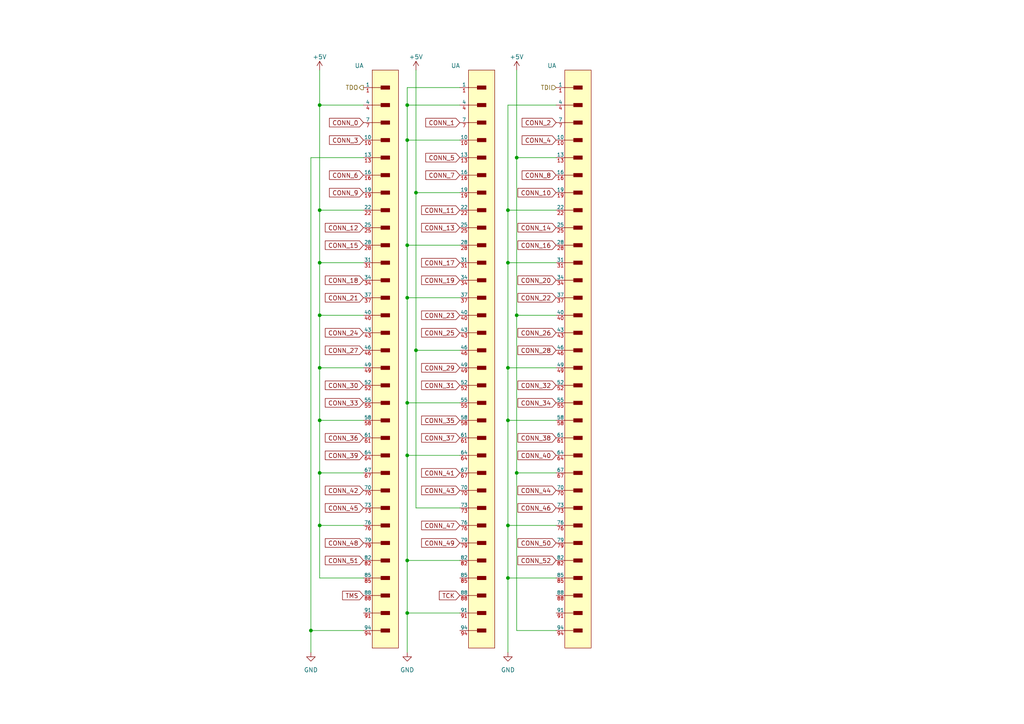
<source format=kicad_sch>
(kicad_sch (version 20220404) (generator eeschema)
  (paper "A4")
  (lib_symbols
    (symbol "09032967825:09032967825" (pin_names (offset 0))
      (property "Reference" "J" (at 0 7.62 0))
      (property "Value" "09032967825" (at 0 10.16 0))
      (symbol "09032967825_1_1"
        (rectangle (start -12.7 5.08) (end -5.08 -162.56) (fill (type background)))
        (rectangle (start -10.16 -156.972) (end -7.62 -157.988) (fill (type outline)))
        (rectangle (start -10.16 -151.892) (end -7.62 -152.908) (fill (type outline)))
        (rectangle (start -10.16 -146.812) (end -7.62 -147.828) (fill (type outline)))
        (rectangle (start -10.16 -141.732) (end -7.62 -142.748) (fill (type outline)))
        (rectangle (start -10.16 -136.652) (end -7.62 -137.668) (fill (type outline)))
        (rectangle (start -10.16 -131.572) (end -7.62 -132.588) (fill (type outline)))
        (rectangle (start -10.16 -126.492) (end -7.62 -127.508) (fill (type outline)))
        (rectangle (start -10.16 -121.412) (end -7.62 -122.428) (fill (type outline)))
        (rectangle (start -10.16 -116.332) (end -7.62 -117.348) (fill (type outline)))
        (rectangle (start -10.16 -111.252) (end -7.62 -112.268) (fill (type outline)))
        (rectangle (start -10.16 -106.172) (end -7.62 -107.188) (fill (type outline)))
        (rectangle (start -10.16 -101.092) (end -7.62 -102.108) (fill (type outline)))
        (rectangle (start -10.16 -96.012) (end -7.62 -97.028) (fill (type outline)))
        (rectangle (start -10.16 -90.932) (end -7.62 -91.948) (fill (type outline)))
        (rectangle (start -10.16 -85.852) (end -7.62 -86.868) (fill (type outline)))
        (rectangle (start -10.16 -80.772) (end -7.62 -81.788) (fill (type outline)))
        (rectangle (start -10.16 -75.692) (end -7.62 -76.708) (fill (type outline)))
        (rectangle (start -10.16 -70.612) (end -7.62 -71.628) (fill (type outline)))
        (rectangle (start -10.16 -65.532) (end -7.62 -66.548) (fill (type outline)))
        (rectangle (start -10.16 -60.452) (end -7.62 -61.468) (fill (type outline)))
        (rectangle (start -10.16 -55.372) (end -7.62 -56.388) (fill (type outline)))
        (rectangle (start -10.16 -50.292) (end -7.62 -51.308) (fill (type outline)))
        (rectangle (start -10.16 -45.212) (end -7.62 -46.228) (fill (type outline)))
        (rectangle (start -10.16 -40.132) (end -7.62 -41.148) (fill (type outline)))
        (rectangle (start -10.16 -35.052) (end -7.62 -36.068) (fill (type outline)))
        (rectangle (start -10.16 -29.972) (end -7.62 -30.988) (fill (type outline)))
        (rectangle (start -10.16 -24.892) (end -7.62 -25.908) (fill (type outline)))
        (rectangle (start -10.16 -19.812) (end -7.62 -20.828) (fill (type outline)))
        (rectangle (start -10.16 -14.732) (end -7.62 -15.748) (fill (type outline)))
        (rectangle (start -10.16 -9.652) (end -7.62 -10.668) (fill (type outline)))
        (rectangle (start -10.16 -4.572) (end -7.62 -5.588) (fill (type outline)))
        (rectangle (start -10.16 0.508) (end -7.62 -0.508) (fill (type outline)))
        (polyline (pts (xy -8.128 -157.48) (xy -5.08 -157.48)))
        (polyline (pts (xy -8.128 -152.4) (xy -5.08 -152.4)))
        (polyline (pts (xy -8.128 -147.32) (xy -5.08 -147.32)))
        (polyline (pts (xy -8.128 -142.24) (xy -5.08 -142.24)))
        (polyline (pts (xy -8.128 -137.16) (xy -5.08 -137.16)))
        (polyline (pts (xy -8.128 -132.08) (xy -5.08 -132.08)))
        (polyline (pts (xy -8.128 -127) (xy -5.08 -127)))
        (polyline (pts (xy -8.128 -121.92) (xy -5.08 -121.92)))
        (polyline (pts (xy -8.128 -116.84) (xy -5.08 -116.84)))
        (polyline (pts (xy -8.128 -111.76) (xy -5.08 -111.76)))
        (polyline (pts (xy -8.128 -106.68) (xy -5.08 -106.68)))
        (polyline (pts (xy -8.128 -101.6) (xy -5.08 -101.6)))
        (polyline (pts (xy -8.128 -96.52) (xy -5.08 -96.52)))
        (polyline (pts (xy -8.128 -91.44) (xy -5.08 -91.44)))
        (polyline (pts (xy -8.128 -86.36) (xy -5.08 -86.36)))
        (polyline (pts (xy -8.128 -81.28) (xy -5.08 -81.28)))
        (polyline (pts (xy -8.128 -76.2) (xy -5.08 -76.2)))
        (polyline (pts (xy -8.128 -71.12) (xy -5.08 -71.12)))
        (polyline (pts (xy -8.128 -66.04) (xy -5.08 -66.04)))
        (polyline (pts (xy -8.128 -60.96) (xy -5.08 -60.96)))
        (polyline (pts (xy -8.128 -55.88) (xy -5.08 -55.88)))
        (polyline (pts (xy -8.128 -50.8) (xy -5.08 -50.8)))
        (polyline (pts (xy -8.128 -45.72) (xy -5.08 -45.72)))
        (polyline (pts (xy -8.128 -40.64) (xy -5.08 -40.64)))
        (polyline (pts (xy -8.128 -35.56) (xy -5.08 -35.56)))
        (polyline (pts (xy -8.128 -30.48) (xy -5.08 -30.48)))
        (polyline (pts (xy -8.128 -25.4) (xy -5.08 -25.4)))
        (polyline (pts (xy -8.128 -20.32) (xy -5.08 -20.32)))
        (polyline (pts (xy -8.128 -15.24) (xy -5.08 -15.24)))
        (polyline (pts (xy -8.128 -10.16) (xy -5.08 -10.16)))
        (polyline (pts (xy -8.128 -5.08) (xy -5.08 -5.08)))
        (polyline (pts (xy -8.128 0) (xy -5.08 0)))
        (pin passive line (at -2.54 0 180) (length 2.54) (name "1") (number "1"))
        (pin passive line (at -2.54 -15.24 180) (length 2.54) (name "10") (number "10"))
        (pin passive line (at -2.54 -20.32 180) (length 2.54) (name "13") (number "13"))
        (pin passive line (at -2.54 -25.4 180) (length 2.54) (name "16") (number "16"))
        (pin passive line (at -2.54 -30.48 180) (length 2.54) (name "19") (number "19"))
        (pin passive line (at -2.54 -35.56 180) (length 2.54) (name "22") (number "22"))
        (pin passive line (at -2.54 -40.64 180) (length 2.54) (name "25") (number "25"))
        (pin passive line (at -2.54 -45.72 180) (length 2.54) (name "28") (number "28"))
        (pin passive line (at -2.54 -50.8 180) (length 2.54) (name "31") (number "31"))
        (pin passive line (at -2.54 -55.88 180) (length 2.54) (name "34") (number "34"))
        (pin passive line (at -2.54 -60.96 180) (length 2.54) (name "37") (number "37"))
        (pin passive line (at -2.54 -5.08 180) (length 2.54) (name "4") (number "4"))
        (pin passive line (at -2.54 -66.04 180) (length 2.54) (name "40") (number "40"))
        (pin passive line (at -2.54 -71.12 180) (length 2.54) (name "43") (number "43"))
        (pin passive line (at -2.54 -76.2 180) (length 2.54) (name "46") (number "46"))
        (pin passive line (at -2.54 -81.28 180) (length 2.54) (name "49") (number "49"))
        (pin passive line (at -2.54 -86.36 180) (length 2.54) (name "52") (number "52"))
        (pin passive line (at -2.54 -91.44 180) (length 2.54) (name "55") (number "55"))
        (pin passive line (at -2.54 -96.52 180) (length 2.54) (name "58") (number "58"))
        (pin passive line (at -2.54 -101.6 180) (length 2.54) (name "61") (number "61"))
        (pin passive line (at -2.54 -106.68 180) (length 2.54) (name "64") (number "64"))
        (pin passive line (at -2.54 -111.76 180) (length 2.54) (name "67") (number "67"))
        (pin passive line (at -2.54 -10.16 180) (length 2.54) (name "7") (number "7"))
        (pin passive line (at -2.54 -116.84 180) (length 2.54) (name "70") (number "70"))
        (pin passive line (at -2.54 -121.92 180) (length 2.54) (name "73") (number "73"))
        (pin passive line (at -2.54 -127 180) (length 2.54) (name "76") (number "76"))
        (pin passive line (at -2.54 -132.08 180) (length 2.54) (name "79") (number "79"))
        (pin passive line (at -2.54 -137.16 180) (length 2.54) (name "82") (number "82"))
        (pin passive line (at -2.54 -142.24 180) (length 2.54) (name "85") (number "85"))
        (pin passive line (at -2.54 -147.32 180) (length 2.54) (name "88") (number "88"))
        (pin passive line (at -2.54 -152.4 180) (length 2.54) (name "91") (number "91"))
        (pin passive line (at -2.54 -157.48 180) (length 2.54) (name "94") (number "94"))
      )
      (symbol "09032967825_2_1"
        (rectangle (start -12.7 5.08) (end -5.08 -162.56) (fill (type background)))
        (rectangle (start -10.16 -156.972) (end -7.62 -157.988) (fill (type outline)))
        (rectangle (start -10.16 -151.892) (end -7.62 -152.908) (fill (type outline)))
        (rectangle (start -10.16 -146.812) (end -7.62 -147.828) (fill (type outline)))
        (rectangle (start -10.16 -141.732) (end -7.62 -142.748) (fill (type outline)))
        (rectangle (start -10.16 -136.652) (end -7.62 -137.668) (fill (type outline)))
        (rectangle (start -10.16 -131.572) (end -7.62 -132.588) (fill (type outline)))
        (rectangle (start -10.16 -126.492) (end -7.62 -127.508) (fill (type outline)))
        (rectangle (start -10.16 -121.412) (end -7.62 -122.428) (fill (type outline)))
        (rectangle (start -10.16 -116.332) (end -7.62 -117.348) (fill (type outline)))
        (rectangle (start -10.16 -111.252) (end -7.62 -112.268) (fill (type outline)))
        (rectangle (start -10.16 -106.172) (end -7.62 -107.188) (fill (type outline)))
        (rectangle (start -10.16 -101.092) (end -7.62 -102.108) (fill (type outline)))
        (rectangle (start -10.16 -96.012) (end -7.62 -97.028) (fill (type outline)))
        (rectangle (start -10.16 -90.932) (end -7.62 -91.948) (fill (type outline)))
        (rectangle (start -10.16 -85.852) (end -7.62 -86.868) (fill (type outline)))
        (rectangle (start -10.16 -80.772) (end -7.62 -81.788) (fill (type outline)))
        (rectangle (start -10.16 -75.692) (end -7.62 -76.708) (fill (type outline)))
        (rectangle (start -10.16 -70.612) (end -7.62 -71.628) (fill (type outline)))
        (rectangle (start -10.16 -65.532) (end -7.62 -66.548) (fill (type outline)))
        (rectangle (start -10.16 -60.452) (end -7.62 -61.468) (fill (type outline)))
        (rectangle (start -10.16 -55.372) (end -7.62 -56.388) (fill (type outline)))
        (rectangle (start -10.16 -50.292) (end -7.62 -51.308) (fill (type outline)))
        (rectangle (start -10.16 -45.212) (end -7.62 -46.228) (fill (type outline)))
        (rectangle (start -10.16 -40.132) (end -7.62 -41.148) (fill (type outline)))
        (rectangle (start -10.16 -35.052) (end -7.62 -36.068) (fill (type outline)))
        (rectangle (start -10.16 -29.972) (end -7.62 -30.988) (fill (type outline)))
        (rectangle (start -10.16 -24.892) (end -7.62 -25.908) (fill (type outline)))
        (rectangle (start -10.16 -19.812) (end -7.62 -20.828) (fill (type outline)))
        (rectangle (start -10.16 -14.732) (end -7.62 -15.748) (fill (type outline)))
        (rectangle (start -10.16 -9.652) (end -7.62 -10.668) (fill (type outline)))
        (rectangle (start -10.16 -4.572) (end -7.62 -5.588) (fill (type outline)))
        (rectangle (start -10.16 0.508) (end -7.62 -0.508) (fill (type outline)))
        (polyline (pts (xy -8.128 -157.48) (xy -5.08 -157.48)))
        (polyline (pts (xy -8.128 -152.4) (xy -5.08 -152.4)))
        (polyline (pts (xy -8.128 -147.32) (xy -5.08 -147.32)))
        (polyline (pts (xy -8.128 -142.24) (xy -5.08 -142.24)))
        (polyline (pts (xy -8.128 -137.16) (xy -5.08 -137.16)))
        (polyline (pts (xy -8.128 -132.08) (xy -5.08 -132.08)))
        (polyline (pts (xy -8.128 -127) (xy -5.08 -127)))
        (polyline (pts (xy -8.128 -121.92) (xy -5.08 -121.92)))
        (polyline (pts (xy -8.128 -116.84) (xy -5.08 -116.84)))
        (polyline (pts (xy -8.128 -111.76) (xy -5.08 -111.76)))
        (polyline (pts (xy -8.128 -106.68) (xy -5.08 -106.68)))
        (polyline (pts (xy -8.128 -101.6) (xy -5.08 -101.6)))
        (polyline (pts (xy -8.128 -96.52) (xy -5.08 -96.52)))
        (polyline (pts (xy -8.128 -91.44) (xy -5.08 -91.44)))
        (polyline (pts (xy -8.128 -86.36) (xy -5.08 -86.36)))
        (polyline (pts (xy -8.128 -81.28) (xy -5.08 -81.28)))
        (polyline (pts (xy -8.128 -76.2) (xy -5.08 -76.2)))
        (polyline (pts (xy -8.128 -71.12) (xy -5.08 -71.12)))
        (polyline (pts (xy -8.128 -66.04) (xy -5.08 -66.04)))
        (polyline (pts (xy -8.128 -60.96) (xy -5.08 -60.96)))
        (polyline (pts (xy -8.128 -55.88) (xy -5.08 -55.88)))
        (polyline (pts (xy -8.128 -50.8) (xy -5.08 -50.8)))
        (polyline (pts (xy -8.128 -45.72) (xy -5.08 -45.72)))
        (polyline (pts (xy -8.128 -40.64) (xy -5.08 -40.64)))
        (polyline (pts (xy -8.128 -35.56) (xy -5.08 -35.56)))
        (polyline (pts (xy -8.128 -30.48) (xy -5.08 -30.48)))
        (polyline (pts (xy -8.128 -25.4) (xy -5.08 -25.4)))
        (polyline (pts (xy -8.128 -20.32) (xy -5.08 -20.32)))
        (polyline (pts (xy -8.128 -15.24) (xy -5.08 -15.24)))
        (polyline (pts (xy -8.128 -10.16) (xy -5.08 -10.16)))
        (polyline (pts (xy -8.128 -5.08) (xy -5.08 -5.08)))
        (polyline (pts (xy -8.128 0) (xy -5.08 0)))
        (pin passive line (at -2.54 -15.24 180) (length 2.54) (name "11") (number "11"))
        (pin passive line (at -2.54 -20.32 180) (length 2.54) (name "14") (number "14"))
        (pin passive line (at -2.54 -25.4 180) (length 2.54) (name "17") (number "17"))
        (pin passive line (at -2.54 0 180) (length 2.54) (name "2") (number "2"))
        (pin passive line (at -2.54 -30.48 180) (length 2.54) (name "20") (number "20"))
        (pin passive line (at -2.54 -35.56 180) (length 2.54) (name "23") (number "23"))
        (pin passive line (at -2.54 -40.64 180) (length 2.54) (name "26") (number "26"))
        (pin passive line (at -2.54 -45.72 180) (length 2.54) (name "29") (number "29"))
        (pin passive line (at -2.54 -50.8 180) (length 2.54) (name "32") (number "32"))
        (pin passive line (at -2.54 -55.88 180) (length 2.54) (name "35") (number "35"))
        (pin passive line (at -2.54 -60.96 180) (length 2.54) (name "38") (number "38"))
        (pin passive line (at -2.54 -66.04 180) (length 2.54) (name "41") (number "41"))
        (pin passive line (at -2.54 -71.12 180) (length 2.54) (name "44") (number "44"))
        (pin passive line (at -2.54 -76.2 180) (length 2.54) (name "47") (number "47"))
        (pin passive line (at -2.54 -5.08 180) (length 2.54) (name "5") (number "5"))
        (pin passive line (at -2.54 -81.28 180) (length 2.54) (name "50") (number "50"))
        (pin passive line (at -2.54 -86.36 180) (length 2.54) (name "53") (number "53"))
        (pin passive line (at -2.54 -91.44 180) (length 2.54) (name "56") (number "56"))
        (pin passive line (at -2.54 -96.52 180) (length 2.54) (name "59") (number "59"))
        (pin passive line (at -2.54 -101.6 180) (length 2.54) (name "62") (number "62"))
        (pin passive line (at -2.54 -106.68 180) (length 2.54) (name "65") (number "65"))
        (pin passive line (at -2.54 -111.76 180) (length 2.54) (name "68") (number "68"))
        (pin passive line (at -2.54 -116.84 180) (length 2.54) (name "71") (number "71"))
        (pin passive line (at -2.54 -121.92 180) (length 2.54) (name "74") (number "74"))
        (pin passive line (at -2.54 -127 180) (length 2.54) (name "77") (number "77"))
        (pin passive line (at -2.54 -10.16 180) (length 2.54) (name "8") (number "8"))
        (pin passive line (at -2.54 -132.08 180) (length 2.54) (name "80") (number "80"))
        (pin passive line (at -2.54 -137.16 180) (length 2.54) (name "83") (number "83"))
        (pin passive line (at -2.54 -142.24 180) (length 2.54) (name "86") (number "86"))
        (pin passive line (at -2.54 -147.32 180) (length 2.54) (name "89") (number "89"))
        (pin passive line (at -2.54 -152.4 180) (length 2.54) (name "92") (number "92"))
        (pin passive line (at -2.54 -157.48 180) (length 2.54) (name "95") (number "95"))
      )
      (symbol "09032967825_3_1"
        (rectangle (start -12.7 5.08) (end -5.08 -162.56) (fill (type background)))
        (rectangle (start -10.16 -156.972) (end -7.62 -157.988) (fill (type outline)))
        (rectangle (start -10.16 -151.892) (end -7.62 -152.908) (fill (type outline)))
        (rectangle (start -10.16 -146.812) (end -7.62 -147.828) (fill (type outline)))
        (rectangle (start -10.16 -141.732) (end -7.62 -142.748) (fill (type outline)))
        (rectangle (start -10.16 -136.652) (end -7.62 -137.668) (fill (type outline)))
        (rectangle (start -10.16 -131.572) (end -7.62 -132.588) (fill (type outline)))
        (rectangle (start -10.16 -126.492) (end -7.62 -127.508) (fill (type outline)))
        (rectangle (start -10.16 -121.412) (end -7.62 -122.428) (fill (type outline)))
        (rectangle (start -10.16 -116.332) (end -7.62 -117.348) (fill (type outline)))
        (rectangle (start -10.16 -111.252) (end -7.62 -112.268) (fill (type outline)))
        (rectangle (start -10.16 -106.172) (end -7.62 -107.188) (fill (type outline)))
        (rectangle (start -10.16 -101.092) (end -7.62 -102.108) (fill (type outline)))
        (rectangle (start -10.16 -96.012) (end -7.62 -97.028) (fill (type outline)))
        (rectangle (start -10.16 -90.932) (end -7.62 -91.948) (fill (type outline)))
        (rectangle (start -10.16 -85.852) (end -7.62 -86.868) (fill (type outline)))
        (rectangle (start -10.16 -80.772) (end -7.62 -81.788) (fill (type outline)))
        (rectangle (start -10.16 -75.692) (end -7.62 -76.708) (fill (type outline)))
        (rectangle (start -10.16 -70.612) (end -7.62 -71.628) (fill (type outline)))
        (rectangle (start -10.16 -65.532) (end -7.62 -66.548) (fill (type outline)))
        (rectangle (start -10.16 -60.452) (end -7.62 -61.468) (fill (type outline)))
        (rectangle (start -10.16 -55.372) (end -7.62 -56.388) (fill (type outline)))
        (rectangle (start -10.16 -50.292) (end -7.62 -51.308) (fill (type outline)))
        (rectangle (start -10.16 -45.212) (end -7.62 -46.228) (fill (type outline)))
        (rectangle (start -10.16 -40.132) (end -7.62 -41.148) (fill (type outline)))
        (rectangle (start -10.16 -35.052) (end -7.62 -36.068) (fill (type outline)))
        (rectangle (start -10.16 -29.972) (end -7.62 -30.988) (fill (type outline)))
        (rectangle (start -10.16 -24.892) (end -7.62 -25.908) (fill (type outline)))
        (rectangle (start -10.16 -19.812) (end -7.62 -20.828) (fill (type outline)))
        (rectangle (start -10.16 -14.732) (end -7.62 -15.748) (fill (type outline)))
        (rectangle (start -10.16 -9.652) (end -7.62 -10.668) (fill (type outline)))
        (rectangle (start -10.16 -4.572) (end -7.62 -5.588) (fill (type outline)))
        (rectangle (start -10.16 0.508) (end -7.62 -0.508) (fill (type outline)))
        (polyline (pts (xy -8.128 -157.48) (xy -5.08 -157.48)))
        (polyline (pts (xy -8.128 -152.4) (xy -5.08 -152.4)))
        (polyline (pts (xy -8.128 -147.32) (xy -5.08 -147.32)))
        (polyline (pts (xy -8.128 -142.24) (xy -5.08 -142.24)))
        (polyline (pts (xy -8.128 -137.16) (xy -5.08 -137.16)))
        (polyline (pts (xy -8.128 -132.08) (xy -5.08 -132.08)))
        (polyline (pts (xy -8.128 -127) (xy -5.08 -127)))
        (polyline (pts (xy -8.128 -121.92) (xy -5.08 -121.92)))
        (polyline (pts (xy -8.128 -116.84) (xy -5.08 -116.84)))
        (polyline (pts (xy -8.128 -111.76) (xy -5.08 -111.76)))
        (polyline (pts (xy -8.128 -106.68) (xy -5.08 -106.68)))
        (polyline (pts (xy -8.128 -101.6) (xy -5.08 -101.6)))
        (polyline (pts (xy -8.128 -96.52) (xy -5.08 -96.52)))
        (polyline (pts (xy -8.128 -91.44) (xy -5.08 -91.44)))
        (polyline (pts (xy -8.128 -86.36) (xy -5.08 -86.36)))
        (polyline (pts (xy -8.128 -81.28) (xy -5.08 -81.28)))
        (polyline (pts (xy -8.128 -76.2) (xy -5.08 -76.2)))
        (polyline (pts (xy -8.128 -71.12) (xy -5.08 -71.12)))
        (polyline (pts (xy -8.128 -66.04) (xy -5.08 -66.04)))
        (polyline (pts (xy -8.128 -60.96) (xy -5.08 -60.96)))
        (polyline (pts (xy -8.128 -55.88) (xy -5.08 -55.88)))
        (polyline (pts (xy -8.128 -50.8) (xy -5.08 -50.8)))
        (polyline (pts (xy -8.128 -45.72) (xy -5.08 -45.72)))
        (polyline (pts (xy -8.128 -40.64) (xy -5.08 -40.64)))
        (polyline (pts (xy -8.128 -35.56) (xy -5.08 -35.56)))
        (polyline (pts (xy -8.128 -30.48) (xy -5.08 -30.48)))
        (polyline (pts (xy -8.128 -25.4) (xy -5.08 -25.4)))
        (polyline (pts (xy -8.128 -20.32) (xy -5.08 -20.32)))
        (polyline (pts (xy -8.128 -15.24) (xy -5.08 -15.24)))
        (polyline (pts (xy -8.128 -10.16) (xy -5.08 -10.16)))
        (polyline (pts (xy -8.128 -5.08) (xy -5.08 -5.08)))
        (polyline (pts (xy -8.128 0) (xy -5.08 0)))
        (pin passive line (at -2.54 -15.24 180) (length 2.54) (name "12") (number "12"))
        (pin passive line (at -2.54 -20.32 180) (length 2.54) (name "15") (number "15"))
        (pin passive line (at -2.54 -25.4 180) (length 2.54) (name "18") (number "18"))
        (pin passive line (at -2.54 -30.48 180) (length 2.54) (name "21") (number "21"))
        (pin passive line (at -2.54 -35.56 180) (length 2.54) (name "24") (number "24"))
        (pin passive line (at -2.54 -40.64 180) (length 2.54) (name "27") (number "27"))
        (pin passive line (at -2.54 0 180) (length 2.54) (name "3") (number "3"))
        (pin passive line (at -2.54 -45.72 180) (length 2.54) (name "30") (number "30"))
        (pin passive line (at -2.54 -50.8 180) (length 2.54) (name "33") (number "33"))
        (pin passive line (at -2.54 -55.88 180) (length 2.54) (name "36") (number "36"))
        (pin passive line (at -2.54 -60.96 180) (length 2.54) (name "39") (number "39"))
        (pin passive line (at -2.54 -66.04 180) (length 2.54) (name "42") (number "42"))
        (pin passive line (at -2.54 -71.12 180) (length 2.54) (name "45") (number "45"))
        (pin passive line (at -2.54 -76.2 180) (length 2.54) (name "48") (number "48"))
        (pin passive line (at -2.54 -81.28 180) (length 2.54) (name "51") (number "51"))
        (pin passive line (at -2.54 -86.36 180) (length 2.54) (name "54") (number "54"))
        (pin passive line (at -2.54 -91.44 180) (length 2.54) (name "57") (number "57"))
        (pin passive line (at -2.54 -5.08 180) (length 2.54) (name "6") (number "6"))
        (pin passive line (at -2.54 -96.52 180) (length 2.54) (name "60") (number "60"))
        (pin passive line (at -2.54 -101.6 180) (length 2.54) (name "63") (number "63"))
        (pin passive line (at -2.54 -106.68 180) (length 2.54) (name "66") (number "66"))
        (pin passive line (at -2.54 -111.76 180) (length 2.54) (name "69") (number "69"))
        (pin passive line (at -2.54 -116.84 180) (length 2.54) (name "72") (number "72"))
        (pin passive line (at -2.54 -121.92 180) (length 2.54) (name "75") (number "75"))
        (pin passive line (at -2.54 -127 180) (length 2.54) (name "78") (number "78"))
        (pin passive line (at -2.54 -132.08 180) (length 2.54) (name "81") (number "81"))
        (pin passive line (at -2.54 -137.16 180) (length 2.54) (name "84") (number "84"))
        (pin passive line (at -2.54 -142.24 180) (length 2.54) (name "87") (number "87"))
        (pin passive line (at -2.54 -10.16 180) (length 2.54) (name "9") (number "9"))
        (pin passive line (at -2.54 -147.32 180) (length 2.54) (name "90") (number "90"))
        (pin passive line (at -2.54 -152.4 180) (length 2.54) (name "93") (number "93"))
        (pin passive line (at -2.54 -157.48 180) (length 2.54) (name "96") (number "96"))
      )
    )
    (symbol "power:+5V" (power) (pin_names (offset 0))
      (property "Value" "+5V" (at 0 3.556 0))
      (symbol "+5V_0_1"
        (polyline (pts (xy -0.762 1.27) (xy 0 2.54)))
        (polyline (pts (xy 0 0) (xy 0 2.54)))
        (polyline (pts (xy 0 2.54) (xy 0.762 1.27)))
      )
      (symbol "+5V_1_1"
        (pin power_in line (at 0 0 90) (length 0) hide (name "+5V") (number "1"))
      )
    )
    (symbol "power:GND" (power) (pin_names (offset 0))
      (property "Value" "GND" (at 0 -3.81 0))
      (symbol "GND_0_1"
        (polyline (pts (xy 0 0) (xy 0 -1.27) (xy 1.27 -1.27) (xy 0 -2.54) (xy -1.27 -1.27) (xy 0 -1.27)))
      )
      (symbol "GND_1_1"
        (pin power_in line (at 0 0 270) (length 0) hide (name "GND") (number "1"))
      )
    )
  )
  (junction (at 118.11 177.8))
  (junction (at 147.32 60.96))
  (junction (at 92.71 60.96))
  (junction (at 147.32 121.92))
  (junction (at 90.17 182.88))
  (junction (at 92.71 121.92))
  (junction (at 118.11 116.84))
  (junction (at 147.32 167.64))
  (junction (at 92.71 91.44))
  (junction (at 118.11 132.08))
  (junction (at 118.11 86.36))
  (junction (at 120.65 101.6))
  (junction (at 118.11 162.56))
  (junction (at 92.71 106.68))
  (junction (at 147.32 152.4))
  (junction (at 118.11 40.64))
  (junction (at 92.71 137.16))
  (junction (at 149.86 45.72))
  (junction (at 92.71 30.48))
  (junction (at 149.86 137.16))
  (junction (at 149.86 91.44))
  (junction (at 147.32 106.68))
  (junction (at 118.11 30.48))
  (junction (at 92.71 76.2))
  (junction (at 118.11 71.12))
  (junction (at 147.32 76.2))
  (junction (at 120.65 55.88))
  (junction (at 92.71 152.4))
  (wire (pts (xy 147.32 30.48) (xy 161.29 30.48)))
  (wire (pts (xy 92.71 20.32) (xy 92.71 30.48)))
  (wire (pts (xy 147.32 167.64) (xy 161.29 167.64)))
  (wire (pts (xy 147.32 76.2) (xy 147.32 60.96)))
  (wire (pts (xy 149.86 182.88) (xy 161.29 182.88)))
  (wire (pts (xy 92.71 106.68) (xy 105.41 106.68)))
  (wire (pts (xy 92.71 91.44) (xy 105.41 91.44)))
  (wire (pts (xy 92.71 137.16) (xy 105.41 137.16)))
  (wire (pts (xy 120.65 55.88) (xy 133.35 55.88)))
  (wire (pts (xy 147.32 106.68) (xy 147.32 76.2)))
  (wire (pts (xy 147.32 152.4) (xy 147.32 121.92)))
  (wire (pts (xy 92.71 121.92) (xy 92.71 137.16)))
  (wire (pts (xy 118.11 86.36) (xy 118.11 71.12)))
  (wire (pts (xy 147.32 121.92) (xy 147.32 106.68)))
  (wire (pts (xy 118.11 162.56) (xy 118.11 132.08)))
  (wire (pts (xy 118.11 30.48) (xy 118.11 25.4)))
  (wire (pts (xy 118.11 162.56) (xy 133.35 162.56)))
  (wire (pts (xy 92.71 76.2) (xy 92.71 91.44)))
  (wire (pts (xy 147.32 60.96) (xy 161.29 60.96)))
  (wire (pts (xy 92.71 30.48) (xy 105.41 30.48)))
  (wire (pts (xy 149.86 91.44) (xy 149.86 137.16)))
  (wire (pts (xy 118.11 30.48) (xy 133.35 30.48)))
  (wire (pts (xy 92.71 152.4) (xy 105.41 152.4)))
  (wire (pts (xy 90.17 45.72) (xy 105.41 45.72)))
  (wire (pts (xy 92.71 106.68) (xy 92.71 121.92)))
  (wire (pts (xy 92.71 152.4) (xy 92.71 167.64)))
  (wire (pts (xy 147.32 106.68) (xy 161.29 106.68)))
  (wire (pts (xy 92.71 121.92) (xy 105.41 121.92)))
  (wire (pts (xy 118.11 177.8) (xy 118.11 162.56)))
  (wire (pts (xy 147.32 76.2) (xy 161.29 76.2)))
  (wire (pts (xy 118.11 40.64) (xy 133.35 40.64)))
  (wire (pts (xy 120.65 147.32) (xy 133.35 147.32)))
  (wire (pts (xy 149.86 45.72) (xy 161.29 45.72)))
  (wire (pts (xy 149.86 91.44) (xy 161.29 91.44)))
  (wire (pts (xy 120.65 20.32) (xy 120.65 55.88)))
  (wire (pts (xy 118.11 40.64) (xy 118.11 30.48)))
  (wire (pts (xy 147.32 121.92) (xy 161.29 121.92)))
  (wire (pts (xy 92.71 91.44) (xy 92.71 106.68)))
  (wire (pts (xy 118.11 86.36) (xy 133.35 86.36)))
  (wire (pts (xy 147.32 167.64) (xy 147.32 152.4)))
  (wire (pts (xy 149.86 137.16) (xy 149.86 182.88)))
  (wire (pts (xy 118.11 132.08) (xy 133.35 132.08)))
  (wire (pts (xy 92.71 137.16) (xy 92.71 152.4)))
  (wire (pts (xy 90.17 189.23) (xy 90.17 182.88)))
  (wire (pts (xy 118.11 71.12) (xy 133.35 71.12)))
  (wire (pts (xy 147.32 152.4) (xy 161.29 152.4)))
  (wire (pts (xy 92.71 60.96) (xy 105.41 60.96)))
  (wire (pts (xy 118.11 116.84) (xy 133.35 116.84)))
  (wire (pts (xy 149.86 45.72) (xy 149.86 91.44)))
  (wire (pts (xy 118.11 116.84) (xy 118.11 86.36)))
  (wire (pts (xy 118.11 71.12) (xy 118.11 40.64)))
  (wire (pts (xy 120.65 55.88) (xy 120.65 101.6)))
  (wire (pts (xy 118.11 25.4) (xy 133.35 25.4)))
  (wire (pts (xy 147.32 60.96) (xy 147.32 30.48)))
  (wire (pts (xy 92.71 60.96) (xy 92.71 76.2)))
  (wire (pts (xy 149.86 137.16) (xy 161.29 137.16)))
  (wire (pts (xy 149.86 20.32) (xy 149.86 45.72)))
  (wire (pts (xy 118.11 189.23) (xy 118.11 177.8)))
  (wire (pts (xy 120.65 101.6) (xy 120.65 147.32)))
  (wire (pts (xy 90.17 45.72) (xy 90.17 182.88)))
  (wire (pts (xy 90.17 182.88) (xy 105.41 182.88)))
  (wire (pts (xy 118.11 177.8) (xy 133.35 177.8)))
  (wire (pts (xy 92.71 167.64) (xy 105.41 167.64)))
  (wire (pts (xy 92.71 76.2) (xy 105.41 76.2)))
  (wire (pts (xy 120.65 101.6) (xy 133.35 101.6)))
  (wire (pts (xy 147.32 189.23) (xy 147.32 167.64)))
  (wire (pts (xy 92.71 30.48) (xy 92.71 60.96)))
  (wire (pts (xy 118.11 132.08) (xy 118.11 116.84)))
  (global_label "CONN_40" (shape input) (at 161.29 132.08 180) (property "Intersheetrefs" "${INTERSHEET_REFS}" (effects hide)))
  (global_label "CONN_36" (shape input) (at 105.41 127 180) (property "Intersheetrefs" "${INTERSHEET_REFS}" (effects hide)))
  (global_label "CONN_7" (shape input) (at 133.35 50.8 180) (property "Intersheetrefs" "${INTERSHEET_REFS}" (effects hide)))
  (global_label "CONN_52" (shape input) (at 161.29 162.56 180) (property "Intersheetrefs" "${INTERSHEET_REFS}" (effects hide)))
  (global_label "CONN_20" (shape input) (at 161.29 81.28 180) (property "Intersheetrefs" "${INTERSHEET_REFS}" (effects hide)))
  (global_label "CONN_27" (shape input) (at 105.41 101.6 180) (property "Intersheetrefs" "${INTERSHEET_REFS}" (effects hide)))
  (global_label "CONN_10" (shape input) (at 161.29 55.88 180) (property "Intersheetrefs" "${INTERSHEET_REFS}" (effects hide)))
  (global_label "CONN_35" (shape input) (at 133.35 121.92 180) (property "Intersheetrefs" "${INTERSHEET_REFS}" (effects hide)))
  (global_label "CONN_44" (shape input) (at 161.29 142.24 180) (property "Intersheetrefs" "${INTERSHEET_REFS}" (effects hide)))
  (global_label "CONN_32" (shape input) (at 161.29 111.76 180) (property "Intersheetrefs" "${INTERSHEET_REFS}" (effects hide)))
  (global_label "CONN_33" (shape input) (at 105.41 116.84 180) (property "Intersheetrefs" "${INTERSHEET_REFS}" (effects hide)))
  (global_label "CONN_16" (shape input) (at 161.29 71.12 180) (property "Intersheetrefs" "${INTERSHEET_REFS}" (effects hide)))
  (global_label "CONN_4" (shape input) (at 161.29 40.64 180) (property "Intersheetrefs" "${INTERSHEET_REFS}" (effects hide)))
  (global_label "CONN_51" (shape input) (at 105.41 162.56 180) (property "Intersheetrefs" "${INTERSHEET_REFS}" (effects hide)))
  (global_label "CONN_48" (shape input) (at 105.41 157.48 180) (property "Intersheetrefs" "${INTERSHEET_REFS}" (effects hide)))
  (global_label "CONN_46" (shape input) (at 161.29 147.32 180) (property "Intersheetrefs" "${INTERSHEET_REFS}" (effects hide)))
  (global_label "CONN_41" (shape input) (at 133.35 137.16 180) (property "Intersheetrefs" "${INTERSHEET_REFS}" (effects hide)))
  (global_label "TMS" (shape input) (at 105.41 172.72 180) (property "Intersheetrefs" "${INTERSHEET_REFS}" (effects hide)))
  (global_label "CONN_38" (shape input) (at 161.29 127 180) (property "Intersheetrefs" "${INTERSHEET_REFS}" (effects hide)))
  (global_label "CONN_3" (shape input) (at 105.41 40.64 180) (property "Intersheetrefs" "${INTERSHEET_REFS}" (effects hide)))
  (global_label "CONN_18" (shape input) (at 105.41 81.28 180) (property "Intersheetrefs" "${INTERSHEET_REFS}" (effects hide)))
  (global_label "CONN_49" (shape input) (at 133.35 157.48 180) (property "Intersheetrefs" "${INTERSHEET_REFS}" (effects hide)))
  (global_label "CONN_50" (shape input) (at 161.29 157.48 180) (property "Intersheetrefs" "${INTERSHEET_REFS}" (effects hide)))
  (global_label "CONN_9" (shape input) (at 105.41 55.88 180) (property "Intersheetrefs" "${INTERSHEET_REFS}" (effects hide)))
  (global_label "CONN_45" (shape input) (at 105.41 147.32 180) (property "Intersheetrefs" "${INTERSHEET_REFS}" (effects hide)))
  (global_label "CONN_13" (shape input) (at 133.35 66.04 180) (property "Intersheetrefs" "${INTERSHEET_REFS}" (effects hide)))
  (global_label "CONN_15" (shape input) (at 105.41 71.12 180) (property "Intersheetrefs" "${INTERSHEET_REFS}" (effects hide)))
  (global_label "CONN_19" (shape input) (at 133.35 81.28 180) (property "Intersheetrefs" "${INTERSHEET_REFS}" (effects hide)))
  (global_label "CONN_47" (shape input) (at 133.35 152.4 180) (property "Intersheetrefs" "${INTERSHEET_REFS}" (effects hide)))
  (global_label "CONN_14" (shape input) (at 161.29 66.04 180) (property "Intersheetrefs" "${INTERSHEET_REFS}" (effects hide)))
  (global_label "CONN_6" (shape input) (at 105.41 50.8 180) (property "Intersheetrefs" "${INTERSHEET_REFS}" (effects hide)))
  (global_label "CONN_42" (shape input) (at 105.41 142.24 180) (property "Intersheetrefs" "${INTERSHEET_REFS}" (effects hide)))
  (global_label "CONN_11" (shape input) (at 133.35 60.96 180) (property "Intersheetrefs" "${INTERSHEET_REFS}" (effects hide)))
  (global_label "CONN_21" (shape input) (at 105.41 86.36 180) (property "Intersheetrefs" "${INTERSHEET_REFS}" (effects hide)))
  (global_label "CONN_29" (shape input) (at 133.35 106.68 180) (property "Intersheetrefs" "${INTERSHEET_REFS}" (effects hide)))
  (global_label "CONN_0" (shape input) (at 105.41 35.56 180) (property "Intersheetrefs" "${INTERSHEET_REFS}" (effects hide)))
  (global_label "CONN_30" (shape input) (at 105.41 111.76 180) (property "Intersheetrefs" "${INTERSHEET_REFS}" (effects hide)))
  (global_label "CONN_39" (shape input) (at 105.41 132.08 180) (property "Intersheetrefs" "${INTERSHEET_REFS}" (effects hide)))
  (global_label "CONN_28" (shape input) (at 161.29 101.6 180) (property "Intersheetrefs" "${INTERSHEET_REFS}" (effects hide)))
  (global_label "CONN_8" (shape input) (at 161.29 50.8 180) (property "Intersheetrefs" "${INTERSHEET_REFS}" (effects hide)))
  (global_label "CONN_2" (shape input) (at 161.29 35.56 180) (property "Intersheetrefs" "${INTERSHEET_REFS}" (effects hide)))
  (global_label "CONN_12" (shape input) (at 105.41 66.04 180) (property "Intersheetrefs" "${INTERSHEET_REFS}" (effects hide)))
  (global_label "CONN_23" (shape input) (at 133.35 91.44 180) (property "Intersheetrefs" "${INTERSHEET_REFS}" (effects hide)))
  (global_label "CONN_5" (shape input) (at 133.35 45.72 180) (property "Intersheetrefs" "${INTERSHEET_REFS}" (effects hide)))
  (global_label "CONN_34" (shape input) (at 161.29 116.84 180) (property "Intersheetrefs" "${INTERSHEET_REFS}" (effects hide)))
  (global_label "CONN_17" (shape input) (at 133.35 76.2 180) (property "Intersheetrefs" "${INTERSHEET_REFS}" (effects hide)))
  (global_label "CONN_24" (shape input) (at 105.41 96.52 180) (property "Intersheetrefs" "${INTERSHEET_REFS}" (effects hide)))
  (global_label "CONN_31" (shape input) (at 133.35 111.76 180) (property "Intersheetrefs" "${INTERSHEET_REFS}" (effects hide)))
  (global_label "CONN_43" (shape input) (at 133.35 142.24 180) (property "Intersheetrefs" "${INTERSHEET_REFS}" (effects hide)))
  (global_label "CONN_22" (shape input) (at 161.29 86.36 180) (property "Intersheetrefs" "${INTERSHEET_REFS}" (effects hide)))
  (global_label "CONN_26" (shape input) (at 161.29 96.52 180) (property "Intersheetrefs" "${INTERSHEET_REFS}" (effects hide)))
  (global_label "CONN_25" (shape input) (at 133.35 96.52 180) (property "Intersheetrefs" "${INTERSHEET_REFS}" (effects hide)))
  (global_label "CONN_37" (shape input) (at 133.35 127 180) (property "Intersheetrefs" "${INTERSHEET_REFS}" (effects hide)))
  (global_label "TCK" (shape input) (at 133.35 172.72 180) (property "Intersheetrefs" "${INTERSHEET_REFS}" (effects hide)))
  (global_label "CONN_1" (shape input) (at 133.35 35.56 180) (property "Intersheetrefs" "${INTERSHEET_REFS}" (effects hide)))
  (hierarchical_label "TDO" (shape output) (at 105.41 25.4 180))
  (hierarchical_label "TDI" (shape input) (at 161.29 25.4 180))
  (symbol (lib_id "power:+5V") (at 92.71 20.32 0) (unit 1)
    (default_instance (reference "#PWR") (unit 1) (value "+5V") (footprint ""))
    (property "Reference" "#PWR" (effects hide))
    (property "Value" "+5V" (at 92.71 16.51 0))
  )
  (symbol (lib_id "09032967825:09032967825") (at 158.75 25.4 0) (mirror y) (unit 1)
    (default_instance (reference "U") (unit 1) (value "") (footprint ""))
    (property "Reference" "U" (at 158.75 19.05 0) (effects (justify right)))
    (property "Datasheet" "https://b2b.harting.com/files/download/PRD/PDF_DS/09031200203_100580339DRW000B.pdf" (effects hide))
    (property "category" "Conn" (effects hide))
    (property "contact material" "Gold,Tin" (effects hide))
    (property "current rating" "2A" (effects hide))
    (property "device class L1" "Connectors" (effects hide))
    (property "device class L2" "Headers and Wire Housings" (effects hide))
    (property "device class L3" "unset" (effects hide))
    (property "digikey description" "DIN-SIGNAL C096MS-3,0C1-2" (effects hide))
    (property "digikey part number" "1195-1155-ND" (effects hide))
    (property "footprint url" "https://b2b.harting.com/files/download/PRD/PDF_TS/0903196X921_100072506DRW318C.pdf" (effects hide))
    (property "height" "11mm" (effects hide))
    (property "is connector" "yes" (effects hide))
    (property "is male" "yes" (effects hide))
    (property "lead free" "yes" (effects hide))
    (property "library id" "da8e1b99bd9ebd5c" (effects hide))
    (property "manufacturer" "Harting" (effects hide))
    (property "mouser part number" "617-09-03-196-6921" (effects hide))
    (property "number of contacts" "96" (effects hide))
    (property "number of rows" "3" (effects hide))
    (property "package" "HDR96" (effects hide))
    (property "rohs" "yes" (effects hide))
    (property "temperature range high" "+125°C" (effects hide))
    (property "temperature range low" "-55°C" (effects hide))
  )
  (symbol (lib_id "09032967825:09032967825") (at 130.81 25.4 0) (mirror y) (unit 1)
    (default_instance (reference "U") (unit 1) (value "") (footprint ""))
    (property "Reference" "U" (at 130.81 19.05 0) (effects (justify right)))
    (property "Datasheet" "https://b2b.harting.com/files/download/PRD/PDF_DS/09031200203_100580339DRW000B.pdf" (effects hide))
    (property "category" "Conn" (effects hide))
    (property "contact material" "Gold,Tin" (effects hide))
    (property "current rating" "2A" (effects hide))
    (property "device class L1" "Connectors" (effects hide))
    (property "device class L2" "Headers and Wire Housings" (effects hide))
    (property "device class L3" "unset" (effects hide))
    (property "digikey description" "DIN-SIGNAL C096MS-3,0C1-2" (effects hide))
    (property "digikey part number" "1195-1155-ND" (effects hide))
    (property "footprint url" "https://b2b.harting.com/files/download/PRD/PDF_TS/0903196X921_100072506DRW318C.pdf" (effects hide))
    (property "height" "11mm" (effects hide))
    (property "is connector" "yes" (effects hide))
    (property "is male" "yes" (effects hide))
    (property "lead free" "yes" (effects hide))
    (property "library id" "da8e1b99bd9ebd5c" (effects hide))
    (property "manufacturer" "Harting" (effects hide))
    (property "mouser part number" "617-09-03-196-6921" (effects hide))
    (property "number of contacts" "96" (effects hide))
    (property "number of rows" "3" (effects hide))
    (property "package" "HDR96" (effects hide))
    (property "rohs" "yes" (effects hide))
    (property "temperature range high" "+125°C" (effects hide))
    (property "temperature range low" "-55°C" (effects hide))
  )
  (symbol (lib_id "09032967825:09032967825") (at 102.87 25.4 0) (mirror y) (unit 1)
    (default_instance (reference "U") (unit 1) (value "") (footprint ""))
    (property "Reference" "U" (at 102.87 19.05 0) (effects (justify right)))
    (property "Datasheet" "https://b2b.harting.com/files/download/PRD/PDF_DS/09031200203_100580339DRW000B.pdf" (effects hide))
    (property "category" "Conn" (effects hide))
    (property "contact material" "Gold,Tin" (effects hide))
    (property "current rating" "2A" (effects hide))
    (property "device class L1" "Connectors" (effects hide))
    (property "device class L2" "Headers and Wire Housings" (effects hide))
    (property "device class L3" "unset" (effects hide))
    (property "digikey description" "DIN-SIGNAL C096MS-3,0C1-2" (effects hide))
    (property "digikey part number" "1195-1155-ND" (effects hide))
    (property "footprint url" "https://b2b.harting.com/files/download/PRD/PDF_TS/0903196X921_100072506DRW318C.pdf" (effects hide))
    (property "height" "11mm" (effects hide))
    (property "is connector" "yes" (effects hide))
    (property "is male" "yes" (effects hide))
    (property "lead free" "yes" (effects hide))
    (property "library id" "da8e1b99bd9ebd5c" (effects hide))
    (property "manufacturer" "Harting" (effects hide))
    (property "mouser part number" "617-09-03-196-6921" (effects hide))
    (property "number of contacts" "96" (effects hide))
    (property "number of rows" "3" (effects hide))
    (property "package" "HDR96" (effects hide))
    (property "rohs" "yes" (effects hide))
    (property "temperature range high" "+125°C" (effects hide))
    (property "temperature range low" "-55°C" (effects hide))
  )
  (symbol (lib_id "power:GND") (at 90.17 189.23 0) (unit 1)
    (default_instance (reference "#PWR") (unit 1) (value "GND") (footprint ""))
    (property "Reference" "#PWR" (effects hide))
    (property "Value" "GND" (at 90.17 194.31 0))
  )
  (symbol (lib_id "power:GND") (at 118.11 189.23 0) (unit 1)
    (default_instance (reference "#PWR") (unit 1) (value "GND") (footprint ""))
    (property "Reference" "#PWR" (effects hide))
    (property "Value" "GND" (at 118.11 194.31 0))
  )
  (symbol (lib_id "power:+5V") (at 120.65 20.32 0) (unit 1)
    (default_instance (reference "#PWR") (unit 1) (value "+5V") (footprint ""))
    (property "Reference" "#PWR" (effects hide))
    (property "Value" "+5V" (at 120.65 16.51 0))
  )
  (symbol (lib_id "power:+5V") (at 149.86 20.32 0) (unit 1)
    (default_instance (reference "#PWR") (unit 1) (value "+5V") (footprint ""))
    (property "Reference" "#PWR" (effects hide))
    (property "Value" "+5V" (at 149.86 16.51 0))
  )
  (symbol (lib_id "power:GND") (at 147.32 189.23 0) (unit 1)
    (default_instance (reference "#PWR") (unit 1) (value "GND") (footprint ""))
    (property "Reference" "#PWR" (effects hide))
    (property "Value" "GND" (at 147.32 194.31 0))
  )
)
</source>
